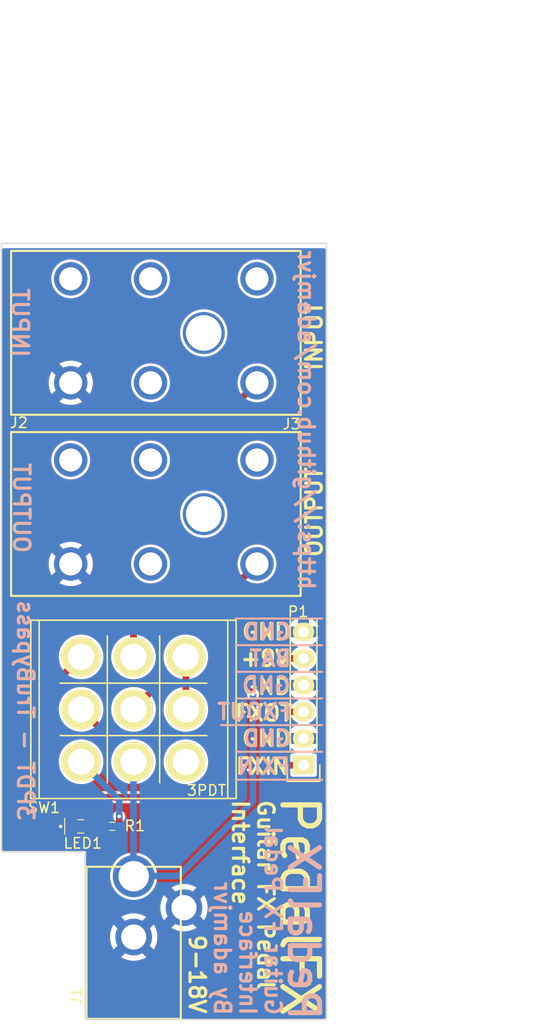
<source format=kicad_pcb>
(kicad_pcb (version 20221018) (generator pcbnew)
  (layers (0 "F.Cu" signal) (31 "B.Cu" signal) (34 "B.Paste" user) (35 "F.Paste" user) (36 "B.SilkS" user "B.Silkscreen") (37 "F.SilkS" user "F.Silkscreen") (38 "B.Mask" user) (39 "F.Mask" user) (44 "Edge.Cuts" user))
  (net 0 "")
  (net 1 "GND")
  (net 2 "+9V")
  (net 3 "/OUTPUT")
  (net 4 "Net-(J2-Pad2)")
  (net 5 "Net-(J3-Pad2)")
  (net 6 "/INPUT")
  (net 7 "Net-(LED1-Pad1)")
  (net 8 "/FX_OUT")
  (net 9 "/FX_IN")
  (net 10 "/BYPASS")
  (net 11 "Net-(R1-Pad2)")
  (net 12 "Net-(SW1-Pad9)")
  (footprint "AudioLibFootprints:694106301002" (layer "F.Cu") (at 107.61 118.94 90)
    (fp_text reference "J1" (at 2.159 -5.461 90) (layer "F.SilkS"))
    (fp_text value "694106301002")
    (fp_line (start 0 -4.5) (end 0 4.5) (stroke (width 0.2)) (layer "F.SilkS"))
    (fp_line (start 14.5 -4.5) (end 0 -4.5) (stroke (width 0.2)) (layer "F.SilkS"))
    (fp_line (start 14.5 -4.5) (end 14.5 4.5) (stroke (width 0.2)) (layer "F.SilkS"))
    (fp_line (start 14.5 4.5) (end 0 4.5) (stroke (width 0.2)) (layer "F.SilkS"))
    (pad "1" thru_hole circle (at 13.6 0 90) (size 4 4) (drill 2.9) (layers "*.Cu" "*.Mask") (net 2 "+9V"))
    (pad "2" thru_hole circle (at 7.8 0 90) (size 3.5 3.5) (drill 2.4) (layers "*.Cu" "*.Mask") (net 1 "GND"))
    (pad "3" thru_hole circle (at 10.6 4.8 90) (size 3.5 3.5) (drill 2.4) (layers "*.Cu" "*.Mask") (net 1 "GND"))
  )
  (footprint "OnHand-Components:LED0805Y" (layer "F.Cu") (at 102.55 100.59 180)
    (fp_text reference "LED1" (at -0.2 -1.61 180) (layer "F.SilkS"))
    (fp_text value "5988140107F")
    (fp_line (start -0.3 0.635) (end 0.3 0.635) (stroke (width 0.1)) (layer "F.SilkS"))
    (fp_line (start 0.3 -0.635) (end -0.3 -0.635) (stroke (width 0.1)) (layer "F.SilkS"))
    (fp_line (start 1.524 -0.762) (end 1.524 0.762) (stroke (width 0.1)) (layer "F.SilkS"))
    (pad "1" smd roundrect (at -0.925 0 180) (size 1.016 1.651) (layers "F.Cu" "F.Paste" "F.Mask") (net 7 "Net-(LED1-Pad1)"))
    (pad "2" smd roundrect (at 0.925 0 180) (size 1.016 1.651) (layers "F.Cu" "F.Paste" "F.Mask") (net 1 "GND"))
  )
  (footprint "Pin_Headers:Pin_Header_Straight_1x06" (layer "F.Cu") (at 123.825 94.742 180)
    (fp_text reference "P1" (at 0.528 14.623 180) (layer "F.SilkS"))
    (fp_text value "CONN_01X06")
    (fp_line (start -1.55 -1.55) (end 1.55 -1.55) (stroke (width 0.15)) (layer "F.SilkS"))
    (fp_line (start -1.55 0) (end -1.55 -1.55) (stroke (width 0.15)) (layer "F.SilkS"))
    (fp_line (start -1.27 13.97) (end -1.27 1.27) (stroke (width 0.15)) (layer "F.SilkS"))
    (fp_line (start 1.27 1.27) (end -1.27 1.27) (stroke (width 0.15)) (layer "F.SilkS"))
    (fp_line (start 1.27 1.27) (end 1.27 13.97) (stroke (width 0.15)) (layer "F.SilkS"))
    (fp_line (start 1.27 13.97) (end -1.27 13.97) (stroke (width 0.15)) (layer "F.SilkS"))
    (fp_line (start 1.55 -1.55) (end 1.55 0) (stroke (width 0.15)) (layer "F.SilkS"))
    (pad "1" thru_hole rect (at 0 0 180) (size 2.032 1.7272) (drill 1.016) (layers "*.Cu" "*.Mask" "F.SilkS") (net 9 "/FX_IN"))
    (pad "2" thru_hole oval (at 0 2.54 180) (size 2.032 1.7272) (drill 1.016) (layers "*.Cu" "*.Mask" "F.SilkS") (net 1 "GND"))
    (pad "3" thru_hole oval (at 0 5.08 180) (size 2.032 1.7272) (drill 1.016) (layers "*.Cu" "*.Mask" "F.SilkS") (net 8 "/FX_OUT"))
    (pad "4" thru_hole oval (at 0 7.62 180) (size 2.032 1.7272) (drill 1.016) (layers "*.Cu" "*.Mask" "F.SilkS") (net 1 "GND"))
    (pad "5" thru_hole oval (at 0 10.16 180) (size 2.032 1.7272) (drill 1.016) (layers "*.Cu" "*.Mask" "F.SilkS") (net 2 "+9V"))
    (pad "6" thru_hole oval (at 0 12.7 180) (size 2.032 1.7272) (drill 1.016) (layers "*.Cu" "*.Mask" "F.SilkS") (net 1 "GND"))
  )
  (footprint "OnHand-Components:R0603" (layer "F.Cu") (at 105.55 100.58)
    (fp_text reference "R1" (at 2.17 -0.04) (layer "F.SilkS"))
    (fp_text value "ERJ-3EKF1001V")
    (fp_line (start -0.254 -0.381) (end 0.254 -0.381) (stroke (width 0.1)) (layer "F.SilkS"))
    (fp_line (start -0.254 0.381) (end 0.254 0.381) (stroke (width 0.1)) (layer "F.SilkS"))
    (pad "1" smd roundrect (at -0.68 0) (size 0.74 1) (layers "F.Cu" "F.Paste" "F.Mask") (net 7 "Net-(LED1-Pad1)"))
    (pad "2" smd roundrect (at 0.68 0) (size 0.74 1) (layers "F.Cu" "F.Paste" "F.Mask") (net 11 "Net-(R1-Pad2)"))
  )
  (footprint "AudioLibFootprints:Switches_Stomp_Switch_3PDT" (layer "F.Cu") (at 107.59 89.43)
    (fp_text reference "SW1" (at -8.53 9.376) (layer "F.SilkS"))
    (fp_text value "3PDT" (at 6.964 7.725) (layer "F.SilkS"))
    (fp_line (start -9.8 -8.5) (end -9 -8.5) (stroke (width 0.15)) (layer "F.SilkS"))
    (fp_line (start -9.8 8.5) (end -9.8 -8.5) (stroke (width 0.15)) (layer "F.SilkS"))
    (fp_line (start -9 -8.5) (end 9 -8.5) (stroke (width 0.15)) (layer "F.SilkS"))
    (fp_line (start -9 8.5) (end -9.8 8.5) (stroke (width 0.15)) (layer "F.SilkS"))
    (fp_line (start -9 8.5) (end -9 -8.5) (stroke (width 0.15)) (layer "F.SilkS"))
    (fp_line (start -9 8.5) (end 9 8.5) (stroke (width 0.15)) (layer "F.SilkS"))
    (fp_line (start -7 -2.5) (end 7 -2.5) (stroke (width 0.15)) (layer "F.SilkS"))
    (fp_line (start -2.5 -7) (end -2.5 7) (stroke (width 0.15)) (layer "F.SilkS"))
    (fp_line (start 2.5 7) (end 2.5 -7) (stroke (width 0.15)) (layer "F.SilkS"))
    (fp_line (start 7 2.5) (end -7 2.5) (stroke (width 0.15)) (layer "F.SilkS"))
    (fp_line (start 9 -8.5) (end 9 0) (stroke (width 0.15)) (layer "F.SilkS"))
    (fp_line (start 9 8.5) (end 9 0) (stroke (width 0.15)) (layer "F.SilkS"))
    (fp_line (start 9.8 -8.5) (end 9 -8.5) (stroke (width 0.15)) (layer "F.SilkS"))
    (fp_line (start 9.8 8.5) (end 9 8.5) (stroke (width 0.15)) (layer "F.SilkS"))
    (fp_line (start 9.8 8.5) (end 9.8 -8.5) (stroke (width 0.15)) (layer "F.SilkS"))
    (pad "1" thru_hole circle (at -5 -5) (size 3.75 3.75) (drill 2.5) (layers "*.Cu" "*.Mask" "F.SilkS") (net 9 "/FX_IN"))
    (pad "2" thru_hole circle (at 0 -5) (size 3.75 3.75) (drill 2.5) (layers "*.Cu" "*.Mask" "F.SilkS") (net 6 "/INPUT"))
    (pad "3" thru_hole circle (at 5 -5) (size 3.75 3.75) (drill 2.5) (layers "*.Cu" "*.Mask" "F.SilkS") (net 10 "/BYPASS"))
    (pad "4" thru_hole circle (at -5 0) (size 3.75 3.75) (drill 2.5) (layers "*.Cu" "*.Mask" "F.SilkS") (net 8 "/FX_OUT"))
    (pad "5" thru_hole circle (at 0 0) (size 3.75 3.75) (drill 2.5) (layers "*.Cu" "*.Mask" "F.SilkS") (net 3 "/OUTPUT"))
    (pad "6" thru_hole circle (at 5 0) (size 3.75 3.75) (drill 2.5) (layers "*.Cu" "*.Mask" "F.SilkS") (net 10 "/BYPASS"))
    (pad "7" thru_hole circle (at -5 5) (size 3.75 3.75) (drill 2.5) (layers "*.Cu" "*.Mask" "F.SilkS") (net 11 "Net-(R1-Pad2)"))
    (pad "8" thru_hole circle (at 0 5) (size 3.75 3.75) (drill 2.5) (layers "*.Cu" "*.Mask" "F.SilkS") (net 2 "+9V"))
    (pad "9" thru_hole circle (at 5 5) (size 3.75 3.75) (drill 2.5) (layers "*.Cu" "*.Mask" "F.SilkS") (net 12 "Net-(SW1-Pad9)"))
  )
  (footprint "AudioLibFootprints:RA49C12B" (layer "F.Cu") (at 119.38 58.293 180)
    (fp_text reference "J2" (at 22.733 -3.81 180) (layer "F.SilkS"))
    (fp_text value "RA49C12B")
    (fp_line (start -4.17 -3.05) (end -4.17 12.57) (stroke (width 0.2)) (layer "F.SilkS"))
    (fp_line (start -4.17 -3.05) (end 23.47 -3.05) (stroke (width 0.2)) (layer "F.SilkS"))
    (fp_line (start -4.17 12.57) (end 23.47 12.57) (stroke (width 0.2)) (layer "F.SilkS"))
    (fp_line (start 23.47 -3.05) (end 23.47 12.57) (stroke (width 0.2)) (layer "F.SilkS"))
    (pad "" np_thru_hole circle (at 5.08 4.75 180) (size 4 4) (drill 3.4) (layers "*.Cu" "*.Mask"))
    (pad "" thru_hole circle (at 17.78 9.91 180) (size 3.2 3.2) (drill 2.2) (layers "*.Cu" "*.Mask"))
    (pad "1" thru_hole circle (at 0 0 180) (size 3.2 3.2) (drill 2.2) (layers "*.Cu" "*.Mask") (net 6 "/INPUT"))
    (pad "2" thru_hole circle (at 10.16 0 180) (size 3.2 3.2) (drill 2.2) (layers "*.Cu" "*.Mask") (net 4 "Net-(J2-Pad2)"))
    (pad "3" thru_hole circle (at 17.78 0 180) (size 3.2 3.2) (drill 2.2) (layers "*.Cu" "*.Mask") (net 1 "GND"))
    (pad "4" thru_hole circle (at 0 9.91 180) (size 3.2 3.2) (drill 2.2) (layers "*.Cu" "*.Mask"))
    (pad "5" thru_hole circle (at 10.16 9.91 180) (size 3.2 3.2) (drill 2.2) (layers "*.Cu" "*.Mask"))
  )
  (footprint "AudioLibFootprints:RA49C12B" (layer "F.Cu") (at 119.38 75.565 180)
    (fp_text reference "J3" (at -3.302 13.335 180) (layer "F.SilkS"))
    (fp_text value "RA49C12B")
    (fp_line (start -4.17 -3.05) (end -4.17 12.57) (stroke (width 0.2)) (layer "F.SilkS"))
    (fp_line (start -4.17 -3.05) (end 23.47 -3.05) (stroke (width 0.2)) (layer "F.SilkS"))
    (fp_line (start -4.17 12.57) (end 23.47 12.57) (stroke (width 0.2)) (layer "F.SilkS"))
    (fp_line (start 23.47 -3.05) (end 23.47 12.57) (stroke (width 0.2)) (layer "F.SilkS"))
    (pad "" np_thru_hole circle (at 5.08 4.75 180) (size 4 4) (drill 3.4) (layers "*.Cu" "*.Mask"))
    (pad "" thru_hole circle (at 17.78 9.91 180) (size 3.2 3.2) (drill 2.2) (layers "*.Cu" "*.Mask"))
    (pad "1" thru_hole circle (at 0 0 180) (size 3.2 3.2) (drill 2.2) (layers "*.Cu" "*.Mask") (net 3 "/OUTPUT"))
    (pad "2" thru_hole circle (at 10.16 0 180) (size 3.2 3.2) (drill 2.2) (layers "*.Cu" "*.Mask") (net 5 "Net-(J3-Pad2)"))
    (pad "3" thru_hole circle (at 17.78 0 180) (size 3.2 3.2) (drill 2.2) (layers "*.Cu" "*.Mask") (net 1 "GND"))
    (pad "4" thru_hole circle (at 0 9.91 180) (size 3.2 3.2) (drill 2.2) (layers "*.Cu" "*.Mask"))
    (pad "5" thru_hole circle (at 10.16 9.91 180) (size 3.2 3.2) (drill 2.2) (layers "*.Cu" "*.Mask"))
  )
  (gr_line (start 125.603 93.472) (end 117.348 93.472) (stroke (width 0.2)) (layer "B.SilkS"))
  (gr_line (start 125.603 90.932) (end 115.951 90.932) (stroke (width 0.2)) (layer "B.SilkS"))
  (gr_line (start 125.603 88.392) (end 117.348 88.392) (stroke (width 0.2)) (layer "B.SilkS"))
  (gr_line (start 125.603 85.852) (end 117.348 85.852) (stroke (width 0.2)) (layer "B.SilkS"))
  (gr_line (start 125.603 83.312) (end 117.348 83.312) (stroke (width 0.2)) (layer "B.SilkS"))
  (gr_line (start 125.603 80.772) (end 117.348 80.772) (stroke (width 0.2)) (layer "B.SilkS"))
  (gr_line (start 125.603 96.139) (end 117.348 96.139) (stroke (width 0.2)) (layer "B.SilkS"))
  (gr_line (start 103 103) (end 95 103) (stroke (width 0.15)) (layer "Edge.Cuts"))
  (gr_line (start 126 45) (end 95 45) (stroke (width 0.15)) (layer "Edge.Cuts"))
  (gr_line (start 103 119) (end 126 119) (stroke (width 0.15)) (layer "Edge.Cuts"))
  (gr_line (start 103 119) (end 103 103) (stroke (width 0.15)) (layer "Edge.Cuts"))
  (gr_line (start 126 119) (end 126 45) (stroke (width 0.15)) (layer "Edge.Cuts"))
  (gr_line (start 95 45) (end 95 103) (stroke (width 0.15)) (layer "Edge.Cuts"))
  (gr_text "https://github.com/adamjvr" (at 124.079 61.849 270) (layer "B.SilkS") (effects (font (size 1.5 1.5) (thickness 0.3)) (justify mirror)))
  (gr_text "PedalFX" (at 123.825 110.617 270) (layer "B.SilkS") (effects (font (size 2.8 2.8) (thickness 0.48)) (justify mirror)))
  (gr_text "Guitar FX Pedal\nInterface\nBy adamjvr" (at 118.491 118.745 270) (layer "B.SilkS") (effects (font (size 1.5 1.5) (thickness 0.3)) (justify left mirror)))
  (gr_text "FXIN" (at 120.015 94.869) (layer "B.SilkS") (effects (font (size 1.5 1.5) (thickness 0.3)) (justify mirror)))
  (gr_text "GND" (at 120.396 92.202) (layer "B.SilkS") (effects (font (size 1.5 1.5) (thickness 0.3)) (justify mirror)))
  (gr_text "FXOUT" (at 119.126 89.662) (layer "B.SilkS") (effects (font (size 1.5 1.5) (thickness 0.3)) (justify mirror)))
  (gr_text "GND" (at 120.269 87.122) (layer "B.SilkS") (effects (font (size 1.5 1.5) (thickness 0.3)) (justify mirror)))
  (gr_text "BAT" (at 120.65 84.582) (layer "B.SilkS") (effects (font (size 1.5 1.5) (thickness 0.3)) (justify mirror)))
  (gr_text "GND" (at 120.396 82.042) (layer "B.SilkS") (effects (font (size 1.5 1.5) (thickness 0.3)) (justify mirror)))
  (gr_text "INPUT" (at 96.774 52.578 270) (layer "B.SilkS") (effects (font (size 1.5 1.5) (thickness 0.3)) (justify mirror)))
  (gr_text "OUTPUT" (at 96.901 70.231 270) (layer "B.SilkS") (effects (font (size 1.5 1.5) (thickness 0.3)) (justify mirror)))
  (gr_text "3PDT - TruBypass" (at 97.282 89.535 270) (layer "B.SilkS") (effects (font (size 1.5 1.5) (thickness 0.3)) (justify mirror)))
  (gr_text "9-18V" (at 113.665 114.681 270) (layer "F.SilkS") (effects (font (size 1.5 1.5) (thickness 0.3))))
  (gr_text "Guitar FX Pedal\nInterface" (at 118.999 97.917 270) (layer "F.SilkS") (effects (font (size 1.5 1.5) (thickness 0.3)) (justify left)))
  (gr_text "OUTPUT" (at 124.841 70.612 90) (layer "F.SilkS") (effects (font (size 1.5 1.5) (thickness 0.3))))
  (gr_text "INPUT" (at 124.841 53.848 90) (layer "F.SilkS") (effects (font (size 1.5 1.5) (thickness 0.3))))
  (gr_text "FXIN" (at 119.888 94.869) (layer "F.SilkS") (effects (font (size 1.5 1.5) (thickness 0.3))))
  (gr_text "GND" (at 120.269 92.202) (layer "F.SilkS") (effects (font (size 1.5 1.5) (thickness 0.3))))
  (gr_text "FXOT" (at 120.015 89.789) (layer "F.SilkS") (effects (font (size 1.5 1.5) (thickness 0.3))))
  (gr_text "GND" (at 120.269 87.249) (layer "F.SilkS") (effects (font (size 1.5 1.5) (thickness 0.3))))
  (gr_text "GND" (at 120.269 82.042) (layer "F.SilkS") (effects (font (size 1.5 1.5) (thickness 0.3))))
  (gr_text "+9V" (at 120.142 84.582) (layer "F.SilkS") (effects (font (size 1.5 1.5) (thickness 0.3))))
  (gr_text "PedalFX" (at 123.444 108.204 270) (layer "F.SilkS") (effects (font (size 3.5 3.5) (thickness 0.5))))
  (segment (start 101.625 100.59) (end 100.63 100.59) (width 0.635) (layer "F.Cu") (net 1))
  (via (at 100.63 100.59) (size 0.635) (drill 0.3302) (layers "F.Cu" "B.Cu") (net 1))
  (segment (start 119 85.889) (end 119 88) (width 0.635) (layer "F.Cu") (net 2))
  (segment (start 120.307 84.582) (end 119 85.889) (width 0.635) (layer "F.Cu") (net 2))
  (segment (start 123.825 84.582) (end 120.307 84.582) (width 0.635) (layer "F.Cu") (net 2))
  (via (at 119 88) (size 0.635) (drill 0.3302) (layers "F.Cu" "B.Cu") (net 2))
  (segment (start 119 88) (end 119 98.181641) (width 0.635) (layer "B.Cu") (net 2))
  (segment (start 107.634895 105.315105) (end 107.61 105.34) (width 0.635) (layer "B.Cu") (net 2))
  (segment (start 107.59 94.43) (end 107.59 105.32) (width 0.635) (layer "B.Cu") (net 2))
  (segment (start 111.866536 105.315105) (end 107.634895 105.315105) (width 0.635) (layer "B.Cu") (net 2))
  (segment (start 119 98.181641) (end 111.866536 105.315105) (width 0.635) (layer "B.Cu") (net 2))
  (segment (start 107.59 105.32) (end 107.61 105.34) (width 0.635) (layer "B.Cu") (net 2))
  (segment (start 113.337537 78.153104) (end 116.791896 78.153104) (width 0.635) (layer "F.Cu") (net 3))
  (segment (start 107.59 89.43) (end 110.101719 86.918281) (width 0.635) (layer "F.Cu") (net 3))
  (segment (start 110.101719 81.388922) (end 113.337537 78.153104) (width 0.635) (layer "F.Cu") (net 3))
  (segment (start 116.791896 78.153104) (end 119.38 75.565) (width 0.635) (layer "F.Cu") (net 3))
  (segment (start 110.101719 86.918281) (end 110.101719 81.388922) (width 0.635) (layer "F.Cu") (net 3))
  (segment (start 105.156 64.008) (end 107.442 61.722) (width 0.635) (layer "F.Cu") (net 6))
  (segment (start 107.59 84.43) (end 107.59 80.851911) (width 0.635) (layer "F.Cu") (net 6))
  (segment (start 107.442 61.722) (end 115.951 61.722) (width 0.635) (layer "F.Cu") (net 6))
  (segment (start 105.156 78.417911) (end 105.156 64.008) (width 0.635) (layer "F.Cu") (net 6))
  (segment (start 115.951 61.722) (end 119.38 58.293) (width 0.635) (layer "F.Cu") (net 6))
  (segment (start 107.59 80.851911) (end 105.156 78.417911) (width 0.635) (layer "F.Cu") (net 6))
  (segment (start 104.87 100.58) (end 103.485 100.58) (width 0.635) (layer "F.Cu") (net 7))
  (segment (start 103.485 100.58) (end 103.475 100.59) (width 0.635) (layer "F.Cu") (net 7))
  (segment (start 102.59 89.43) (end 105.093787 91.933787) (width 0.635) (layer "F.Cu") (net 8))
  (segment (start 121.958 89.662) (end 123.825 89.662) (width 0.635) (layer "F.Cu") (net 8))
  (segment (start 105.093787 91.933787) (end 115.306213 91.933787) (width 0.635) (layer "F.Cu") (net 8))
  (segment (start 115.306213 91.933787) (end 117.578 89.662) (width 0.635) (layer "F.Cu") (net 8))
  (segment (start 117.578 89.662) (end 121.958 89.662) (width 0.635) (layer "F.Cu") (net 8))
  (segment (start 99.621615 95.647945) (end 101.78367 97.81) (width 0.635) (layer "F.Cu") (net 9))
  (segment (start 102.59 84.43) (end 99.621615 87.398385) (width 0.635) (layer "F.Cu") (net 9))
  (segment (start 101.78367 97.81) (end 113.471506 97.81) (width 0.635) (layer "F.Cu") (net 9))
  (segment (start 123.807 94.76) (end 123.825 94.742) (width 0.635) (layer "F.Cu") (net 9))
  (segment (start 99.621615 87.398385) (end 99.621615 95.647945) (width 0.635) (layer "F.Cu") (net 9))
  (segment (start 116.521506 94.76) (end 123.807 94.76) (width 0.635) (layer "F.Cu") (net 9))
  (segment (start 113.471506 97.81) (end 116.521506 94.76) (width 0.635) (layer "F.Cu") (net 9))
  (segment (start 112.59 84.43) (end 112.59 89.43) (width 0.635) (layer "F.Cu") (net 10))
  (segment (start 106.23 99.63) (end 106.23 100.58) (width 0.635) (layer "F.Cu") (net 11))
  (via (at 106.23 99.63) (size 0.635) (drill 0.3302) (layers "F.Cu" "B.Cu") (net 11))
  (segment (start 106.23 98.07) (end 106.23 99.63) (width 0.635) (layer "B.Cu") (net 11))
  (segment (start 102.59 94.43) (end 106.23 98.07) (width 0.635) (layer "B.Cu") (net 11))
  (zone (net 1) (net_name "GND") (layer "F.Cu") (connect_pads (clearance 0.254)) (min_thickness 0.254) (fill yes (thermal_gap 0.508) (thermal_bridge_width 1.016))
    (polygon (pts (xy 94.869 45.466) (xy 125.869 45.466) (xy 126 119) (xy 95 119)))
  )
  (zone (net 1) (net_name "GND") (layer "B.Cu") (connect_pads (clearance 0.254)) (min_thickness 0.254) (fill yes (thermal_gap 0.508) (thermal_bridge_width 1.016))
    (polygon (pts (xy 94.996 45.466) (xy 125.996 45.466) (xy 126 119) (xy 95 119)))
  )
)
</source>
